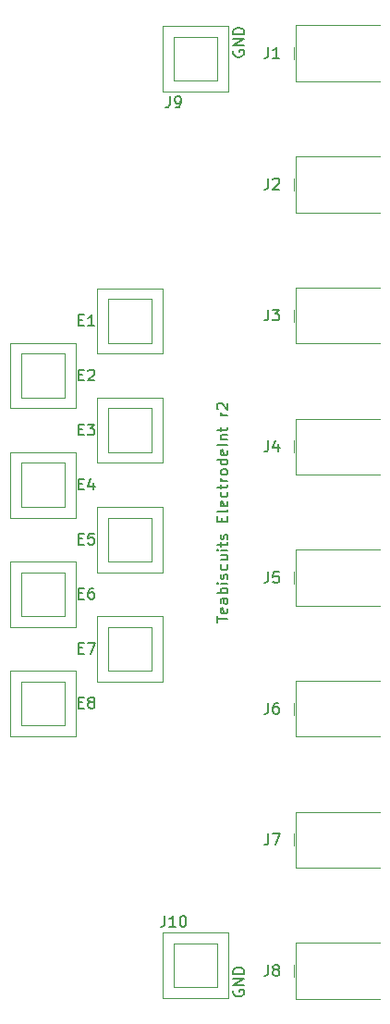
<source format=gto>
G04 #@! TF.GenerationSoftware,KiCad,Pcbnew,(5.1.6-0-10_14)*
G04 #@! TF.CreationDate,2020-08-04T00:19:05+09:00*
G04 #@! TF.ProjectId,teabiscuits_electrode_interface,74656162-6973-4637-9569-74735f656c65,rev?*
G04 #@! TF.SameCoordinates,Original*
G04 #@! TF.FileFunction,Legend,Top*
G04 #@! TF.FilePolarity,Positive*
%FSLAX46Y46*%
G04 Gerber Fmt 4.6, Leading zero omitted, Abs format (unit mm)*
G04 Created by KiCad (PCBNEW (5.1.6-0-10_14)) date 2020-08-04 00:19:05*
%MOMM*%
%LPD*%
G01*
G04 APERTURE LIST*
%ADD10C,0.150000*%
%ADD11C,0.120000*%
G04 APERTURE END LIST*
D10*
X131500000Y-44261904D02*
X131452380Y-44357142D01*
X131452380Y-44500000D01*
X131500000Y-44642857D01*
X131595238Y-44738095D01*
X131690476Y-44785714D01*
X131880952Y-44833333D01*
X132023809Y-44833333D01*
X132214285Y-44785714D01*
X132309523Y-44738095D01*
X132404761Y-44642857D01*
X132452380Y-44500000D01*
X132452380Y-44404761D01*
X132404761Y-44261904D01*
X132357142Y-44214285D01*
X132023809Y-44214285D01*
X132023809Y-44404761D01*
X132452380Y-43785714D02*
X131452380Y-43785714D01*
X132452380Y-43214285D01*
X131452380Y-43214285D01*
X132452380Y-42738095D02*
X131452380Y-42738095D01*
X131452380Y-42500000D01*
X131500000Y-42357142D01*
X131595238Y-42261904D01*
X131690476Y-42214285D01*
X131880952Y-42166666D01*
X132023809Y-42166666D01*
X132214285Y-42214285D01*
X132309523Y-42261904D01*
X132404761Y-42357142D01*
X132452380Y-42500000D01*
X132452380Y-42738095D01*
X131500000Y-130261904D02*
X131452380Y-130357142D01*
X131452380Y-130500000D01*
X131500000Y-130642857D01*
X131595238Y-130738095D01*
X131690476Y-130785714D01*
X131880952Y-130833333D01*
X132023809Y-130833333D01*
X132214285Y-130785714D01*
X132309523Y-130738095D01*
X132404761Y-130642857D01*
X132452380Y-130500000D01*
X132452380Y-130404761D01*
X132404761Y-130261904D01*
X132357142Y-130214285D01*
X132023809Y-130214285D01*
X132023809Y-130404761D01*
X132452380Y-129785714D02*
X131452380Y-129785714D01*
X132452380Y-129214285D01*
X131452380Y-129214285D01*
X132452380Y-128738095D02*
X131452380Y-128738095D01*
X131452380Y-128500000D01*
X131500000Y-128357142D01*
X131595238Y-128261904D01*
X131690476Y-128214285D01*
X131880952Y-128166666D01*
X132023809Y-128166666D01*
X132214285Y-128214285D01*
X132309523Y-128261904D01*
X132404761Y-128357142D01*
X132452380Y-128500000D01*
X132452380Y-128738095D01*
X129952380Y-96595238D02*
X129952380Y-96023809D01*
X130952380Y-96309523D02*
X129952380Y-96309523D01*
X130904761Y-95309523D02*
X130952380Y-95404761D01*
X130952380Y-95595238D01*
X130904761Y-95690476D01*
X130809523Y-95738095D01*
X130428571Y-95738095D01*
X130333333Y-95690476D01*
X130285714Y-95595238D01*
X130285714Y-95404761D01*
X130333333Y-95309523D01*
X130428571Y-95261904D01*
X130523809Y-95261904D01*
X130619047Y-95738095D01*
X130952380Y-94404761D02*
X130428571Y-94404761D01*
X130333333Y-94452380D01*
X130285714Y-94547619D01*
X130285714Y-94738095D01*
X130333333Y-94833333D01*
X130904761Y-94404761D02*
X130952380Y-94500000D01*
X130952380Y-94738095D01*
X130904761Y-94833333D01*
X130809523Y-94880952D01*
X130714285Y-94880952D01*
X130619047Y-94833333D01*
X130571428Y-94738095D01*
X130571428Y-94500000D01*
X130523809Y-94404761D01*
X130952380Y-93928571D02*
X129952380Y-93928571D01*
X130333333Y-93928571D02*
X130285714Y-93833333D01*
X130285714Y-93642857D01*
X130333333Y-93547619D01*
X130380952Y-93500000D01*
X130476190Y-93452380D01*
X130761904Y-93452380D01*
X130857142Y-93500000D01*
X130904761Y-93547619D01*
X130952380Y-93642857D01*
X130952380Y-93833333D01*
X130904761Y-93928571D01*
X130952380Y-93023809D02*
X130285714Y-93023809D01*
X129952380Y-93023809D02*
X130000000Y-93071428D01*
X130047619Y-93023809D01*
X130000000Y-92976190D01*
X129952380Y-93023809D01*
X130047619Y-93023809D01*
X130904761Y-92595238D02*
X130952380Y-92500000D01*
X130952380Y-92309523D01*
X130904761Y-92214285D01*
X130809523Y-92166666D01*
X130761904Y-92166666D01*
X130666666Y-92214285D01*
X130619047Y-92309523D01*
X130619047Y-92452380D01*
X130571428Y-92547619D01*
X130476190Y-92595238D01*
X130428571Y-92595238D01*
X130333333Y-92547619D01*
X130285714Y-92452380D01*
X130285714Y-92309523D01*
X130333333Y-92214285D01*
X130904761Y-91309523D02*
X130952380Y-91404761D01*
X130952380Y-91595238D01*
X130904761Y-91690476D01*
X130857142Y-91738095D01*
X130761904Y-91785714D01*
X130476190Y-91785714D01*
X130380952Y-91738095D01*
X130333333Y-91690476D01*
X130285714Y-91595238D01*
X130285714Y-91404761D01*
X130333333Y-91309523D01*
X130285714Y-90452380D02*
X130952380Y-90452380D01*
X130285714Y-90880952D02*
X130809523Y-90880952D01*
X130904761Y-90833333D01*
X130952380Y-90738095D01*
X130952380Y-90595238D01*
X130904761Y-90500000D01*
X130857142Y-90452380D01*
X130952380Y-89976190D02*
X130285714Y-89976190D01*
X129952380Y-89976190D02*
X130000000Y-90023809D01*
X130047619Y-89976190D01*
X130000000Y-89928571D01*
X129952380Y-89976190D01*
X130047619Y-89976190D01*
X130285714Y-89642857D02*
X130285714Y-89261904D01*
X129952380Y-89500000D02*
X130809523Y-89500000D01*
X130904761Y-89452380D01*
X130952380Y-89357142D01*
X130952380Y-89261904D01*
X130904761Y-88976190D02*
X130952380Y-88880952D01*
X130952380Y-88690476D01*
X130904761Y-88595238D01*
X130809523Y-88547619D01*
X130761904Y-88547619D01*
X130666666Y-88595238D01*
X130619047Y-88690476D01*
X130619047Y-88833333D01*
X130571428Y-88928571D01*
X130476190Y-88976190D01*
X130428571Y-88976190D01*
X130333333Y-88928571D01*
X130285714Y-88833333D01*
X130285714Y-88690476D01*
X130333333Y-88595238D01*
X130428571Y-87357142D02*
X130428571Y-87023809D01*
X130952380Y-86880952D02*
X130952380Y-87357142D01*
X129952380Y-87357142D01*
X129952380Y-86880952D01*
X130952380Y-86309523D02*
X130904761Y-86404761D01*
X130809523Y-86452380D01*
X129952380Y-86452380D01*
X130904761Y-85547619D02*
X130952380Y-85642857D01*
X130952380Y-85833333D01*
X130904761Y-85928571D01*
X130809523Y-85976190D01*
X130428571Y-85976190D01*
X130333333Y-85928571D01*
X130285714Y-85833333D01*
X130285714Y-85642857D01*
X130333333Y-85547619D01*
X130428571Y-85500000D01*
X130523809Y-85500000D01*
X130619047Y-85976190D01*
X130904761Y-84642857D02*
X130952380Y-84738095D01*
X130952380Y-84928571D01*
X130904761Y-85023809D01*
X130857142Y-85071428D01*
X130761904Y-85119047D01*
X130476190Y-85119047D01*
X130380952Y-85071428D01*
X130333333Y-85023809D01*
X130285714Y-84928571D01*
X130285714Y-84738095D01*
X130333333Y-84642857D01*
X130285714Y-84357142D02*
X130285714Y-83976190D01*
X129952380Y-84214285D02*
X130809523Y-84214285D01*
X130904761Y-84166666D01*
X130952380Y-84071428D01*
X130952380Y-83976190D01*
X130952380Y-83642857D02*
X130285714Y-83642857D01*
X130476190Y-83642857D02*
X130380952Y-83595238D01*
X130333333Y-83547619D01*
X130285714Y-83452380D01*
X130285714Y-83357142D01*
X130952380Y-82880952D02*
X130904761Y-82976190D01*
X130857142Y-83023809D01*
X130761904Y-83071428D01*
X130476190Y-83071428D01*
X130380952Y-83023809D01*
X130333333Y-82976190D01*
X130285714Y-82880952D01*
X130285714Y-82738095D01*
X130333333Y-82642857D01*
X130380952Y-82595238D01*
X130476190Y-82547619D01*
X130761904Y-82547619D01*
X130857142Y-82595238D01*
X130904761Y-82642857D01*
X130952380Y-82738095D01*
X130952380Y-82880952D01*
X130952380Y-81690476D02*
X129952380Y-81690476D01*
X130904761Y-81690476D02*
X130952380Y-81785714D01*
X130952380Y-81976190D01*
X130904761Y-82071428D01*
X130857142Y-82119047D01*
X130761904Y-82166666D01*
X130476190Y-82166666D01*
X130380952Y-82119047D01*
X130333333Y-82071428D01*
X130285714Y-81976190D01*
X130285714Y-81785714D01*
X130333333Y-81690476D01*
X130904761Y-80833333D02*
X130952380Y-80928571D01*
X130952380Y-81119047D01*
X130904761Y-81214285D01*
X130809523Y-81261904D01*
X130428571Y-81261904D01*
X130333333Y-81214285D01*
X130285714Y-81119047D01*
X130285714Y-80928571D01*
X130333333Y-80833333D01*
X130428571Y-80785714D01*
X130523809Y-80785714D01*
X130619047Y-81261904D01*
X130952380Y-80357142D02*
X129952380Y-80357142D01*
X130285714Y-79880952D02*
X130952380Y-79880952D01*
X130380952Y-79880952D02*
X130333333Y-79833333D01*
X130285714Y-79738095D01*
X130285714Y-79595238D01*
X130333333Y-79500000D01*
X130428571Y-79452380D01*
X130952380Y-79452380D01*
X130285714Y-79119047D02*
X130285714Y-78738095D01*
X129952380Y-78976190D02*
X130809523Y-78976190D01*
X130904761Y-78928571D01*
X130952380Y-78833333D01*
X130952380Y-78738095D01*
X130952380Y-77642857D02*
X130285714Y-77642857D01*
X130476190Y-77642857D02*
X130380952Y-77595238D01*
X130333333Y-77547619D01*
X130285714Y-77452380D01*
X130285714Y-77357142D01*
X130047619Y-77071428D02*
X130000000Y-77023809D01*
X129952380Y-76928571D01*
X129952380Y-76690476D01*
X130000000Y-76595238D01*
X130047619Y-76547619D01*
X130142857Y-76500000D01*
X130238095Y-76500000D01*
X130380952Y-76547619D01*
X130952380Y-77119047D01*
X130952380Y-76500000D01*
D11*
X144890000Y-47060000D02*
X137190000Y-47060000D01*
X137190000Y-41940000D02*
X137190000Y-47060000D01*
X144890000Y-41940000D02*
X137190000Y-41940000D01*
X136990000Y-45050000D02*
X136990000Y-43950000D01*
X131000000Y-131000000D02*
X131000000Y-125000000D01*
X125000000Y-131000000D02*
X131000000Y-131000000D01*
X125000000Y-125000000D02*
X125000000Y-131000000D01*
X131000000Y-125000000D02*
X125000000Y-125000000D01*
X126000000Y-130000000D02*
X126000000Y-126000000D01*
X130000000Y-130000000D02*
X126000000Y-130000000D01*
X130000000Y-126000000D02*
X130000000Y-130000000D01*
X126000000Y-126000000D02*
X130000000Y-126000000D01*
X131000000Y-48000000D02*
X131000000Y-42000000D01*
X125000000Y-48000000D02*
X131000000Y-48000000D01*
X125000000Y-42000000D02*
X125000000Y-48000000D01*
X131000000Y-42000000D02*
X125000000Y-42000000D01*
X126000000Y-47000000D02*
X126000000Y-43000000D01*
X130000000Y-47000000D02*
X126000000Y-47000000D01*
X130000000Y-43000000D02*
X130000000Y-47000000D01*
X126000000Y-43000000D02*
X130000000Y-43000000D01*
X144890000Y-131060000D02*
X137190000Y-131060000D01*
X137190000Y-125940000D02*
X137190000Y-131060000D01*
X144890000Y-125940000D02*
X137190000Y-125940000D01*
X136990000Y-129050000D02*
X136990000Y-127950000D01*
X144890000Y-119060000D02*
X137190000Y-119060000D01*
X137190000Y-113940000D02*
X137190000Y-119060000D01*
X144890000Y-113940000D02*
X137190000Y-113940000D01*
X136990000Y-117050000D02*
X136990000Y-115950000D01*
X144890000Y-107060000D02*
X137190000Y-107060000D01*
X137190000Y-101940000D02*
X137190000Y-107060000D01*
X144890000Y-101940000D02*
X137190000Y-101940000D01*
X136990000Y-105050000D02*
X136990000Y-103950000D01*
X144890000Y-95060000D02*
X137190000Y-95060000D01*
X137190000Y-89940000D02*
X137190000Y-95060000D01*
X144890000Y-89940000D02*
X137190000Y-89940000D01*
X136990000Y-93050000D02*
X136990000Y-91950000D01*
X144890000Y-83060000D02*
X137190000Y-83060000D01*
X137190000Y-77940000D02*
X137190000Y-83060000D01*
X144890000Y-77940000D02*
X137190000Y-77940000D01*
X136990000Y-81050000D02*
X136990000Y-79950000D01*
X144890000Y-71060000D02*
X137190000Y-71060000D01*
X137190000Y-65940000D02*
X137190000Y-71060000D01*
X144890000Y-65940000D02*
X137190000Y-65940000D01*
X136990000Y-69050000D02*
X136990000Y-67950000D01*
X144890000Y-59060000D02*
X137190000Y-59060000D01*
X137190000Y-53940000D02*
X137190000Y-59060000D01*
X144890000Y-53940000D02*
X137190000Y-53940000D01*
X136990000Y-57050000D02*
X136990000Y-55950000D01*
X117000000Y-107000000D02*
X117000000Y-101000000D01*
X111000000Y-107000000D02*
X117000000Y-107000000D01*
X111000000Y-101000000D02*
X111000000Y-107000000D01*
X117000000Y-101000000D02*
X111000000Y-101000000D01*
X112000000Y-106000000D02*
X112000000Y-102000000D01*
X116000000Y-106000000D02*
X112000000Y-106000000D01*
X116000000Y-102000000D02*
X116000000Y-106000000D01*
X112000000Y-102000000D02*
X116000000Y-102000000D01*
X125000000Y-102000000D02*
X125000000Y-96000000D01*
X119000000Y-102000000D02*
X125000000Y-102000000D01*
X119000000Y-96000000D02*
X119000000Y-102000000D01*
X125000000Y-96000000D02*
X119000000Y-96000000D01*
X120000000Y-101000000D02*
X120000000Y-97000000D01*
X124000000Y-101000000D02*
X120000000Y-101000000D01*
X124000000Y-97000000D02*
X124000000Y-101000000D01*
X120000000Y-97000000D02*
X124000000Y-97000000D01*
X117000000Y-97000000D02*
X117000000Y-91000000D01*
X111000000Y-97000000D02*
X117000000Y-97000000D01*
X111000000Y-91000000D02*
X111000000Y-97000000D01*
X117000000Y-91000000D02*
X111000000Y-91000000D01*
X112000000Y-96000000D02*
X112000000Y-92000000D01*
X116000000Y-96000000D02*
X112000000Y-96000000D01*
X116000000Y-92000000D02*
X116000000Y-96000000D01*
X112000000Y-92000000D02*
X116000000Y-92000000D01*
X125000000Y-92000000D02*
X125000000Y-86000000D01*
X119000000Y-92000000D02*
X125000000Y-92000000D01*
X119000000Y-86000000D02*
X119000000Y-92000000D01*
X125000000Y-86000000D02*
X119000000Y-86000000D01*
X120000000Y-91000000D02*
X120000000Y-87000000D01*
X124000000Y-91000000D02*
X120000000Y-91000000D01*
X124000000Y-87000000D02*
X124000000Y-91000000D01*
X120000000Y-87000000D02*
X124000000Y-87000000D01*
X117000000Y-87000000D02*
X117000000Y-81000000D01*
X111000000Y-87000000D02*
X117000000Y-87000000D01*
X111000000Y-81000000D02*
X111000000Y-87000000D01*
X117000000Y-81000000D02*
X111000000Y-81000000D01*
X112000000Y-86000000D02*
X112000000Y-82000000D01*
X116000000Y-86000000D02*
X112000000Y-86000000D01*
X116000000Y-82000000D02*
X116000000Y-86000000D01*
X112000000Y-82000000D02*
X116000000Y-82000000D01*
X125000000Y-82000000D02*
X125000000Y-76000000D01*
X119000000Y-82000000D02*
X125000000Y-82000000D01*
X119000000Y-76000000D02*
X119000000Y-82000000D01*
X125000000Y-76000000D02*
X119000000Y-76000000D01*
X120000000Y-81000000D02*
X120000000Y-77000000D01*
X124000000Y-81000000D02*
X120000000Y-81000000D01*
X124000000Y-77000000D02*
X124000000Y-81000000D01*
X120000000Y-77000000D02*
X124000000Y-77000000D01*
X117000000Y-77000000D02*
X117000000Y-71000000D01*
X111000000Y-77000000D02*
X117000000Y-77000000D01*
X111000000Y-71000000D02*
X111000000Y-77000000D01*
X117000000Y-71000000D02*
X111000000Y-71000000D01*
X112000000Y-76000000D02*
X112000000Y-72000000D01*
X116000000Y-76000000D02*
X112000000Y-76000000D01*
X116000000Y-72000000D02*
X116000000Y-76000000D01*
X112000000Y-72000000D02*
X116000000Y-72000000D01*
X125000000Y-72000000D02*
X125000000Y-66000000D01*
X119000000Y-72000000D02*
X125000000Y-72000000D01*
X119000000Y-66000000D02*
X119000000Y-72000000D01*
X125000000Y-66000000D02*
X119000000Y-66000000D01*
X120000000Y-71000000D02*
X120000000Y-67000000D01*
X124000000Y-71000000D02*
X120000000Y-71000000D01*
X124000000Y-67000000D02*
X124000000Y-71000000D01*
X120000000Y-67000000D02*
X124000000Y-67000000D01*
D10*
X134666666Y-43952380D02*
X134666666Y-44666666D01*
X134619047Y-44809523D01*
X134523809Y-44904761D01*
X134380952Y-44952380D01*
X134285714Y-44952380D01*
X135666666Y-44952380D02*
X135095238Y-44952380D01*
X135380952Y-44952380D02*
X135380952Y-43952380D01*
X135285714Y-44095238D01*
X135190476Y-44190476D01*
X135095238Y-44238095D01*
X125190476Y-123452380D02*
X125190476Y-124166666D01*
X125142857Y-124309523D01*
X125047619Y-124404761D01*
X124904761Y-124452380D01*
X124809523Y-124452380D01*
X126190476Y-124452380D02*
X125619047Y-124452380D01*
X125904761Y-124452380D02*
X125904761Y-123452380D01*
X125809523Y-123595238D01*
X125714285Y-123690476D01*
X125619047Y-123738095D01*
X126809523Y-123452380D02*
X126904761Y-123452380D01*
X127000000Y-123500000D01*
X127047619Y-123547619D01*
X127095238Y-123642857D01*
X127142857Y-123833333D01*
X127142857Y-124071428D01*
X127095238Y-124261904D01*
X127047619Y-124357142D01*
X127000000Y-124404761D01*
X126904761Y-124452380D01*
X126809523Y-124452380D01*
X126714285Y-124404761D01*
X126666666Y-124357142D01*
X126619047Y-124261904D01*
X126571428Y-124071428D01*
X126571428Y-123833333D01*
X126619047Y-123642857D01*
X126666666Y-123547619D01*
X126714285Y-123500000D01*
X126809523Y-123452380D01*
X125666666Y-48452380D02*
X125666666Y-49166666D01*
X125619047Y-49309523D01*
X125523809Y-49404761D01*
X125380952Y-49452380D01*
X125285714Y-49452380D01*
X126190476Y-49452380D02*
X126380952Y-49452380D01*
X126476190Y-49404761D01*
X126523809Y-49357142D01*
X126619047Y-49214285D01*
X126666666Y-49023809D01*
X126666666Y-48642857D01*
X126619047Y-48547619D01*
X126571428Y-48500000D01*
X126476190Y-48452380D01*
X126285714Y-48452380D01*
X126190476Y-48500000D01*
X126142857Y-48547619D01*
X126095238Y-48642857D01*
X126095238Y-48880952D01*
X126142857Y-48976190D01*
X126190476Y-49023809D01*
X126285714Y-49071428D01*
X126476190Y-49071428D01*
X126571428Y-49023809D01*
X126619047Y-48976190D01*
X126666666Y-48880952D01*
X134666666Y-127952380D02*
X134666666Y-128666666D01*
X134619047Y-128809523D01*
X134523809Y-128904761D01*
X134380952Y-128952380D01*
X134285714Y-128952380D01*
X135285714Y-128380952D02*
X135190476Y-128333333D01*
X135142857Y-128285714D01*
X135095238Y-128190476D01*
X135095238Y-128142857D01*
X135142857Y-128047619D01*
X135190476Y-128000000D01*
X135285714Y-127952380D01*
X135476190Y-127952380D01*
X135571428Y-128000000D01*
X135619047Y-128047619D01*
X135666666Y-128142857D01*
X135666666Y-128190476D01*
X135619047Y-128285714D01*
X135571428Y-128333333D01*
X135476190Y-128380952D01*
X135285714Y-128380952D01*
X135190476Y-128428571D01*
X135142857Y-128476190D01*
X135095238Y-128571428D01*
X135095238Y-128761904D01*
X135142857Y-128857142D01*
X135190476Y-128904761D01*
X135285714Y-128952380D01*
X135476190Y-128952380D01*
X135571428Y-128904761D01*
X135619047Y-128857142D01*
X135666666Y-128761904D01*
X135666666Y-128571428D01*
X135619047Y-128476190D01*
X135571428Y-128428571D01*
X135476190Y-128380952D01*
X134666666Y-115952380D02*
X134666666Y-116666666D01*
X134619047Y-116809523D01*
X134523809Y-116904761D01*
X134380952Y-116952380D01*
X134285714Y-116952380D01*
X135047619Y-115952380D02*
X135714285Y-115952380D01*
X135285714Y-116952380D01*
X134666666Y-103952380D02*
X134666666Y-104666666D01*
X134619047Y-104809523D01*
X134523809Y-104904761D01*
X134380952Y-104952380D01*
X134285714Y-104952380D01*
X135571428Y-103952380D02*
X135380952Y-103952380D01*
X135285714Y-104000000D01*
X135238095Y-104047619D01*
X135142857Y-104190476D01*
X135095238Y-104380952D01*
X135095238Y-104761904D01*
X135142857Y-104857142D01*
X135190476Y-104904761D01*
X135285714Y-104952380D01*
X135476190Y-104952380D01*
X135571428Y-104904761D01*
X135619047Y-104857142D01*
X135666666Y-104761904D01*
X135666666Y-104523809D01*
X135619047Y-104428571D01*
X135571428Y-104380952D01*
X135476190Y-104333333D01*
X135285714Y-104333333D01*
X135190476Y-104380952D01*
X135142857Y-104428571D01*
X135095238Y-104523809D01*
X134666666Y-91952380D02*
X134666666Y-92666666D01*
X134619047Y-92809523D01*
X134523809Y-92904761D01*
X134380952Y-92952380D01*
X134285714Y-92952380D01*
X135619047Y-91952380D02*
X135142857Y-91952380D01*
X135095238Y-92428571D01*
X135142857Y-92380952D01*
X135238095Y-92333333D01*
X135476190Y-92333333D01*
X135571428Y-92380952D01*
X135619047Y-92428571D01*
X135666666Y-92523809D01*
X135666666Y-92761904D01*
X135619047Y-92857142D01*
X135571428Y-92904761D01*
X135476190Y-92952380D01*
X135238095Y-92952380D01*
X135142857Y-92904761D01*
X135095238Y-92857142D01*
X134666666Y-79952380D02*
X134666666Y-80666666D01*
X134619047Y-80809523D01*
X134523809Y-80904761D01*
X134380952Y-80952380D01*
X134285714Y-80952380D01*
X135571428Y-80285714D02*
X135571428Y-80952380D01*
X135333333Y-79904761D02*
X135095238Y-80619047D01*
X135714285Y-80619047D01*
X134666666Y-67952380D02*
X134666666Y-68666666D01*
X134619047Y-68809523D01*
X134523809Y-68904761D01*
X134380952Y-68952380D01*
X134285714Y-68952380D01*
X135047619Y-67952380D02*
X135666666Y-67952380D01*
X135333333Y-68333333D01*
X135476190Y-68333333D01*
X135571428Y-68380952D01*
X135619047Y-68428571D01*
X135666666Y-68523809D01*
X135666666Y-68761904D01*
X135619047Y-68857142D01*
X135571428Y-68904761D01*
X135476190Y-68952380D01*
X135190476Y-68952380D01*
X135095238Y-68904761D01*
X135047619Y-68857142D01*
X134666666Y-55952380D02*
X134666666Y-56666666D01*
X134619047Y-56809523D01*
X134523809Y-56904761D01*
X134380952Y-56952380D01*
X134285714Y-56952380D01*
X135095238Y-56047619D02*
X135142857Y-56000000D01*
X135238095Y-55952380D01*
X135476190Y-55952380D01*
X135571428Y-56000000D01*
X135619047Y-56047619D01*
X135666666Y-56142857D01*
X135666666Y-56238095D01*
X135619047Y-56380952D01*
X135047619Y-56952380D01*
X135666666Y-56952380D01*
X117309523Y-103928571D02*
X117642857Y-103928571D01*
X117785714Y-104452380D02*
X117309523Y-104452380D01*
X117309523Y-103452380D01*
X117785714Y-103452380D01*
X118357142Y-103880952D02*
X118261904Y-103833333D01*
X118214285Y-103785714D01*
X118166666Y-103690476D01*
X118166666Y-103642857D01*
X118214285Y-103547619D01*
X118261904Y-103500000D01*
X118357142Y-103452380D01*
X118547619Y-103452380D01*
X118642857Y-103500000D01*
X118690476Y-103547619D01*
X118738095Y-103642857D01*
X118738095Y-103690476D01*
X118690476Y-103785714D01*
X118642857Y-103833333D01*
X118547619Y-103880952D01*
X118357142Y-103880952D01*
X118261904Y-103928571D01*
X118214285Y-103976190D01*
X118166666Y-104071428D01*
X118166666Y-104261904D01*
X118214285Y-104357142D01*
X118261904Y-104404761D01*
X118357142Y-104452380D01*
X118547619Y-104452380D01*
X118642857Y-104404761D01*
X118690476Y-104357142D01*
X118738095Y-104261904D01*
X118738095Y-104071428D01*
X118690476Y-103976190D01*
X118642857Y-103928571D01*
X118547619Y-103880952D01*
X117309523Y-98928571D02*
X117642857Y-98928571D01*
X117785714Y-99452380D02*
X117309523Y-99452380D01*
X117309523Y-98452380D01*
X117785714Y-98452380D01*
X118119047Y-98452380D02*
X118785714Y-98452380D01*
X118357142Y-99452380D01*
X117309523Y-93928571D02*
X117642857Y-93928571D01*
X117785714Y-94452380D02*
X117309523Y-94452380D01*
X117309523Y-93452380D01*
X117785714Y-93452380D01*
X118642857Y-93452380D02*
X118452380Y-93452380D01*
X118357142Y-93500000D01*
X118309523Y-93547619D01*
X118214285Y-93690476D01*
X118166666Y-93880952D01*
X118166666Y-94261904D01*
X118214285Y-94357142D01*
X118261904Y-94404761D01*
X118357142Y-94452380D01*
X118547619Y-94452380D01*
X118642857Y-94404761D01*
X118690476Y-94357142D01*
X118738095Y-94261904D01*
X118738095Y-94023809D01*
X118690476Y-93928571D01*
X118642857Y-93880952D01*
X118547619Y-93833333D01*
X118357142Y-93833333D01*
X118261904Y-93880952D01*
X118214285Y-93928571D01*
X118166666Y-94023809D01*
X117309523Y-88928571D02*
X117642857Y-88928571D01*
X117785714Y-89452380D02*
X117309523Y-89452380D01*
X117309523Y-88452380D01*
X117785714Y-88452380D01*
X118690476Y-88452380D02*
X118214285Y-88452380D01*
X118166666Y-88928571D01*
X118214285Y-88880952D01*
X118309523Y-88833333D01*
X118547619Y-88833333D01*
X118642857Y-88880952D01*
X118690476Y-88928571D01*
X118738095Y-89023809D01*
X118738095Y-89261904D01*
X118690476Y-89357142D01*
X118642857Y-89404761D01*
X118547619Y-89452380D01*
X118309523Y-89452380D01*
X118214285Y-89404761D01*
X118166666Y-89357142D01*
X117309523Y-83928571D02*
X117642857Y-83928571D01*
X117785714Y-84452380D02*
X117309523Y-84452380D01*
X117309523Y-83452380D01*
X117785714Y-83452380D01*
X118642857Y-83785714D02*
X118642857Y-84452380D01*
X118404761Y-83404761D02*
X118166666Y-84119047D01*
X118785714Y-84119047D01*
X117309523Y-78928571D02*
X117642857Y-78928571D01*
X117785714Y-79452380D02*
X117309523Y-79452380D01*
X117309523Y-78452380D01*
X117785714Y-78452380D01*
X118119047Y-78452380D02*
X118738095Y-78452380D01*
X118404761Y-78833333D01*
X118547619Y-78833333D01*
X118642857Y-78880952D01*
X118690476Y-78928571D01*
X118738095Y-79023809D01*
X118738095Y-79261904D01*
X118690476Y-79357142D01*
X118642857Y-79404761D01*
X118547619Y-79452380D01*
X118261904Y-79452380D01*
X118166666Y-79404761D01*
X118119047Y-79357142D01*
X117309523Y-73928571D02*
X117642857Y-73928571D01*
X117785714Y-74452380D02*
X117309523Y-74452380D01*
X117309523Y-73452380D01*
X117785714Y-73452380D01*
X118166666Y-73547619D02*
X118214285Y-73500000D01*
X118309523Y-73452380D01*
X118547619Y-73452380D01*
X118642857Y-73500000D01*
X118690476Y-73547619D01*
X118738095Y-73642857D01*
X118738095Y-73738095D01*
X118690476Y-73880952D01*
X118119047Y-74452380D01*
X118738095Y-74452380D01*
X117309523Y-68928571D02*
X117642857Y-68928571D01*
X117785714Y-69452380D02*
X117309523Y-69452380D01*
X117309523Y-68452380D01*
X117785714Y-68452380D01*
X118738095Y-69452380D02*
X118166666Y-69452380D01*
X118452380Y-69452380D02*
X118452380Y-68452380D01*
X118357142Y-68595238D01*
X118261904Y-68690476D01*
X118166666Y-68738095D01*
M02*

</source>
